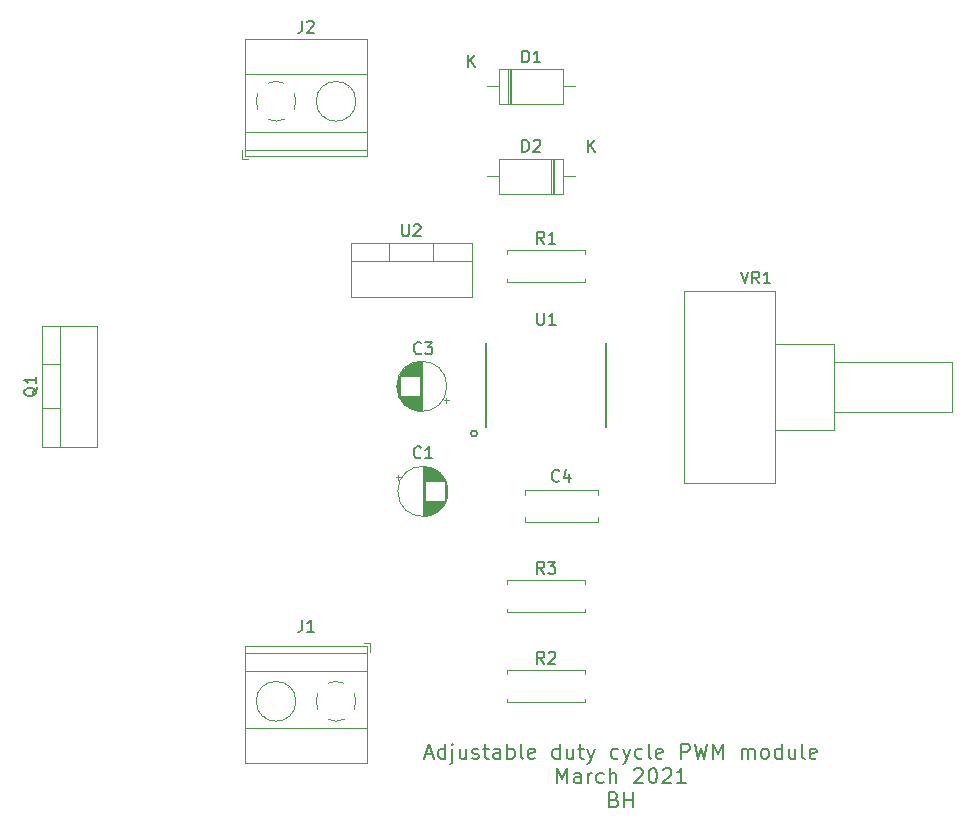
<source format=gto>
%TF.GenerationSoftware,KiCad,Pcbnew,5.1.9-73d0e3b20d~88~ubuntu20.04.1*%
%TF.CreationDate,2021-03-01T20:45:33+00:00*%
%TF.ProjectId,variable_duty_cycle_module,66697273-745f-4636-9972-637569742e6b,rev?*%
%TF.SameCoordinates,Original*%
%TF.FileFunction,Legend,Top*%
%TF.FilePolarity,Positive*%
%FSLAX46Y46*%
G04 Gerber Fmt 4.6, Leading zero omitted, Abs format (unit mm)*
G04 Created by KiCad (PCBNEW 5.1.9-73d0e3b20d~88~ubuntu20.04.1) date 2021-03-01 20:45:33*
%MOMM*%
%LPD*%
G01*
G04 APERTURE LIST*
%ADD10C,0.152400*%
%ADD11C,0.120000*%
%ADD12C,0.203200*%
%ADD13C,0.150000*%
G04 APERTURE END LIST*
D10*
X147259523Y-120074266D02*
X147864285Y-120074266D01*
X147138571Y-120437123D02*
X147561904Y-119167123D01*
X147985238Y-120437123D01*
X148952857Y-120437123D02*
X148952857Y-119167123D01*
X148952857Y-120376647D02*
X148831904Y-120437123D01*
X148590000Y-120437123D01*
X148469047Y-120376647D01*
X148408571Y-120316171D01*
X148348095Y-120195219D01*
X148348095Y-119832361D01*
X148408571Y-119711409D01*
X148469047Y-119650933D01*
X148590000Y-119590457D01*
X148831904Y-119590457D01*
X148952857Y-119650933D01*
X149557619Y-119590457D02*
X149557619Y-120679028D01*
X149497142Y-120799980D01*
X149376190Y-120860457D01*
X149315714Y-120860457D01*
X149557619Y-119167123D02*
X149497142Y-119227600D01*
X149557619Y-119288076D01*
X149618095Y-119227600D01*
X149557619Y-119167123D01*
X149557619Y-119288076D01*
X150706666Y-119590457D02*
X150706666Y-120437123D01*
X150162380Y-119590457D02*
X150162380Y-120255695D01*
X150222857Y-120376647D01*
X150343809Y-120437123D01*
X150525238Y-120437123D01*
X150646190Y-120376647D01*
X150706666Y-120316171D01*
X151250952Y-120376647D02*
X151371904Y-120437123D01*
X151613809Y-120437123D01*
X151734761Y-120376647D01*
X151795238Y-120255695D01*
X151795238Y-120195219D01*
X151734761Y-120074266D01*
X151613809Y-120013790D01*
X151432380Y-120013790D01*
X151311428Y-119953314D01*
X151250952Y-119832361D01*
X151250952Y-119771885D01*
X151311428Y-119650933D01*
X151432380Y-119590457D01*
X151613809Y-119590457D01*
X151734761Y-119650933D01*
X152158095Y-119590457D02*
X152641904Y-119590457D01*
X152339523Y-119167123D02*
X152339523Y-120255695D01*
X152400000Y-120376647D01*
X152520952Y-120437123D01*
X152641904Y-120437123D01*
X153609523Y-120437123D02*
X153609523Y-119771885D01*
X153549047Y-119650933D01*
X153428095Y-119590457D01*
X153186190Y-119590457D01*
X153065238Y-119650933D01*
X153609523Y-120376647D02*
X153488571Y-120437123D01*
X153186190Y-120437123D01*
X153065238Y-120376647D01*
X153004761Y-120255695D01*
X153004761Y-120134742D01*
X153065238Y-120013790D01*
X153186190Y-119953314D01*
X153488571Y-119953314D01*
X153609523Y-119892838D01*
X154214285Y-120437123D02*
X154214285Y-119167123D01*
X154214285Y-119650933D02*
X154335238Y-119590457D01*
X154577142Y-119590457D01*
X154698095Y-119650933D01*
X154758571Y-119711409D01*
X154819047Y-119832361D01*
X154819047Y-120195219D01*
X154758571Y-120316171D01*
X154698095Y-120376647D01*
X154577142Y-120437123D01*
X154335238Y-120437123D01*
X154214285Y-120376647D01*
X155544761Y-120437123D02*
X155423809Y-120376647D01*
X155363333Y-120255695D01*
X155363333Y-119167123D01*
X156512380Y-120376647D02*
X156391428Y-120437123D01*
X156149523Y-120437123D01*
X156028571Y-120376647D01*
X155968095Y-120255695D01*
X155968095Y-119771885D01*
X156028571Y-119650933D01*
X156149523Y-119590457D01*
X156391428Y-119590457D01*
X156512380Y-119650933D01*
X156572857Y-119771885D01*
X156572857Y-119892838D01*
X155968095Y-120013790D01*
X158629047Y-120437123D02*
X158629047Y-119167123D01*
X158629047Y-120376647D02*
X158508095Y-120437123D01*
X158266190Y-120437123D01*
X158145238Y-120376647D01*
X158084761Y-120316171D01*
X158024285Y-120195219D01*
X158024285Y-119832361D01*
X158084761Y-119711409D01*
X158145238Y-119650933D01*
X158266190Y-119590457D01*
X158508095Y-119590457D01*
X158629047Y-119650933D01*
X159778095Y-119590457D02*
X159778095Y-120437123D01*
X159233809Y-119590457D02*
X159233809Y-120255695D01*
X159294285Y-120376647D01*
X159415238Y-120437123D01*
X159596666Y-120437123D01*
X159717619Y-120376647D01*
X159778095Y-120316171D01*
X160201428Y-119590457D02*
X160685238Y-119590457D01*
X160382857Y-119167123D02*
X160382857Y-120255695D01*
X160443333Y-120376647D01*
X160564285Y-120437123D01*
X160685238Y-120437123D01*
X160987619Y-119590457D02*
X161290000Y-120437123D01*
X161592380Y-119590457D02*
X161290000Y-120437123D01*
X161169047Y-120739504D01*
X161108571Y-120799980D01*
X160987619Y-120860457D01*
X163588095Y-120376647D02*
X163467142Y-120437123D01*
X163225238Y-120437123D01*
X163104285Y-120376647D01*
X163043809Y-120316171D01*
X162983333Y-120195219D01*
X162983333Y-119832361D01*
X163043809Y-119711409D01*
X163104285Y-119650933D01*
X163225238Y-119590457D01*
X163467142Y-119590457D01*
X163588095Y-119650933D01*
X164011428Y-119590457D02*
X164313809Y-120437123D01*
X164616190Y-119590457D02*
X164313809Y-120437123D01*
X164192857Y-120739504D01*
X164132380Y-120799980D01*
X164011428Y-120860457D01*
X165644285Y-120376647D02*
X165523333Y-120437123D01*
X165281428Y-120437123D01*
X165160476Y-120376647D01*
X165100000Y-120316171D01*
X165039523Y-120195219D01*
X165039523Y-119832361D01*
X165100000Y-119711409D01*
X165160476Y-119650933D01*
X165281428Y-119590457D01*
X165523333Y-119590457D01*
X165644285Y-119650933D01*
X166370000Y-120437123D02*
X166249047Y-120376647D01*
X166188571Y-120255695D01*
X166188571Y-119167123D01*
X167337619Y-120376647D02*
X167216666Y-120437123D01*
X166974761Y-120437123D01*
X166853809Y-120376647D01*
X166793333Y-120255695D01*
X166793333Y-119771885D01*
X166853809Y-119650933D01*
X166974761Y-119590457D01*
X167216666Y-119590457D01*
X167337619Y-119650933D01*
X167398095Y-119771885D01*
X167398095Y-119892838D01*
X166793333Y-120013790D01*
X168910000Y-120437123D02*
X168910000Y-119167123D01*
X169393809Y-119167123D01*
X169514761Y-119227600D01*
X169575238Y-119288076D01*
X169635714Y-119409028D01*
X169635714Y-119590457D01*
X169575238Y-119711409D01*
X169514761Y-119771885D01*
X169393809Y-119832361D01*
X168910000Y-119832361D01*
X170059047Y-119167123D02*
X170361428Y-120437123D01*
X170603333Y-119529980D01*
X170845238Y-120437123D01*
X171147619Y-119167123D01*
X171631428Y-120437123D02*
X171631428Y-119167123D01*
X172054761Y-120074266D01*
X172478095Y-119167123D01*
X172478095Y-120437123D01*
X174050476Y-120437123D02*
X174050476Y-119590457D01*
X174050476Y-119711409D02*
X174110952Y-119650933D01*
X174231904Y-119590457D01*
X174413333Y-119590457D01*
X174534285Y-119650933D01*
X174594761Y-119771885D01*
X174594761Y-120437123D01*
X174594761Y-119771885D02*
X174655238Y-119650933D01*
X174776190Y-119590457D01*
X174957619Y-119590457D01*
X175078571Y-119650933D01*
X175139047Y-119771885D01*
X175139047Y-120437123D01*
X175925238Y-120437123D02*
X175804285Y-120376647D01*
X175743809Y-120316171D01*
X175683333Y-120195219D01*
X175683333Y-119832361D01*
X175743809Y-119711409D01*
X175804285Y-119650933D01*
X175925238Y-119590457D01*
X176106666Y-119590457D01*
X176227619Y-119650933D01*
X176288095Y-119711409D01*
X176348571Y-119832361D01*
X176348571Y-120195219D01*
X176288095Y-120316171D01*
X176227619Y-120376647D01*
X176106666Y-120437123D01*
X175925238Y-120437123D01*
X177437142Y-120437123D02*
X177437142Y-119167123D01*
X177437142Y-120376647D02*
X177316190Y-120437123D01*
X177074285Y-120437123D01*
X176953333Y-120376647D01*
X176892857Y-120316171D01*
X176832380Y-120195219D01*
X176832380Y-119832361D01*
X176892857Y-119711409D01*
X176953333Y-119650933D01*
X177074285Y-119590457D01*
X177316190Y-119590457D01*
X177437142Y-119650933D01*
X178586190Y-119590457D02*
X178586190Y-120437123D01*
X178041904Y-119590457D02*
X178041904Y-120255695D01*
X178102380Y-120376647D01*
X178223333Y-120437123D01*
X178404761Y-120437123D01*
X178525714Y-120376647D01*
X178586190Y-120316171D01*
X179372380Y-120437123D02*
X179251428Y-120376647D01*
X179190952Y-120255695D01*
X179190952Y-119167123D01*
X180340000Y-120376647D02*
X180219047Y-120437123D01*
X179977142Y-120437123D01*
X179856190Y-120376647D01*
X179795714Y-120255695D01*
X179795714Y-119771885D01*
X179856190Y-119650933D01*
X179977142Y-119590457D01*
X180219047Y-119590457D01*
X180340000Y-119650933D01*
X180400476Y-119771885D01*
X180400476Y-119892838D01*
X179795714Y-120013790D01*
X158417380Y-122494523D02*
X158417380Y-121224523D01*
X158840714Y-122131666D01*
X159264047Y-121224523D01*
X159264047Y-122494523D01*
X160413095Y-122494523D02*
X160413095Y-121829285D01*
X160352619Y-121708333D01*
X160231666Y-121647857D01*
X159989761Y-121647857D01*
X159868809Y-121708333D01*
X160413095Y-122434047D02*
X160292142Y-122494523D01*
X159989761Y-122494523D01*
X159868809Y-122434047D01*
X159808333Y-122313095D01*
X159808333Y-122192142D01*
X159868809Y-122071190D01*
X159989761Y-122010714D01*
X160292142Y-122010714D01*
X160413095Y-121950238D01*
X161017857Y-122494523D02*
X161017857Y-121647857D01*
X161017857Y-121889761D02*
X161078333Y-121768809D01*
X161138809Y-121708333D01*
X161259761Y-121647857D01*
X161380714Y-121647857D01*
X162348333Y-122434047D02*
X162227380Y-122494523D01*
X161985476Y-122494523D01*
X161864523Y-122434047D01*
X161804047Y-122373571D01*
X161743571Y-122252619D01*
X161743571Y-121889761D01*
X161804047Y-121768809D01*
X161864523Y-121708333D01*
X161985476Y-121647857D01*
X162227380Y-121647857D01*
X162348333Y-121708333D01*
X162892619Y-122494523D02*
X162892619Y-121224523D01*
X163436904Y-122494523D02*
X163436904Y-121829285D01*
X163376428Y-121708333D01*
X163255476Y-121647857D01*
X163074047Y-121647857D01*
X162953095Y-121708333D01*
X162892619Y-121768809D01*
X164948809Y-121345476D02*
X165009285Y-121285000D01*
X165130238Y-121224523D01*
X165432619Y-121224523D01*
X165553571Y-121285000D01*
X165614047Y-121345476D01*
X165674523Y-121466428D01*
X165674523Y-121587380D01*
X165614047Y-121768809D01*
X164888333Y-122494523D01*
X165674523Y-122494523D01*
X166460714Y-121224523D02*
X166581666Y-121224523D01*
X166702619Y-121285000D01*
X166763095Y-121345476D01*
X166823571Y-121466428D01*
X166884047Y-121708333D01*
X166884047Y-122010714D01*
X166823571Y-122252619D01*
X166763095Y-122373571D01*
X166702619Y-122434047D01*
X166581666Y-122494523D01*
X166460714Y-122494523D01*
X166339761Y-122434047D01*
X166279285Y-122373571D01*
X166218809Y-122252619D01*
X166158333Y-122010714D01*
X166158333Y-121708333D01*
X166218809Y-121466428D01*
X166279285Y-121345476D01*
X166339761Y-121285000D01*
X166460714Y-121224523D01*
X167367857Y-121345476D02*
X167428333Y-121285000D01*
X167549285Y-121224523D01*
X167851666Y-121224523D01*
X167972619Y-121285000D01*
X168033095Y-121345476D01*
X168093571Y-121466428D01*
X168093571Y-121587380D01*
X168033095Y-121768809D01*
X167307380Y-122494523D01*
X168093571Y-122494523D01*
X169303095Y-122494523D02*
X168577380Y-122494523D01*
X168940238Y-122494523D02*
X168940238Y-121224523D01*
X168819285Y-121405952D01*
X168698333Y-121526904D01*
X168577380Y-121587380D01*
X163255476Y-123886685D02*
X163436904Y-123947161D01*
X163497380Y-124007638D01*
X163557857Y-124128590D01*
X163557857Y-124310019D01*
X163497380Y-124430971D01*
X163436904Y-124491447D01*
X163315952Y-124551923D01*
X162832142Y-124551923D01*
X162832142Y-123281923D01*
X163255476Y-123281923D01*
X163376428Y-123342400D01*
X163436904Y-123402876D01*
X163497380Y-123523828D01*
X163497380Y-123644780D01*
X163436904Y-123765733D01*
X163376428Y-123826209D01*
X163255476Y-123886685D01*
X162832142Y-123886685D01*
X164102142Y-124551923D02*
X164102142Y-123281923D01*
X164102142Y-123886685D02*
X164827857Y-123886685D01*
X164827857Y-124551923D02*
X164827857Y-123281923D01*
D11*
%TO.C,J1*%
X136300000Y-115570000D02*
G75*
G03*
X136300000Y-115570000I-1680000J0D01*
G01*
X142300000Y-111470000D02*
X132020000Y-111470000D01*
X142300000Y-112970000D02*
X132020000Y-112970000D01*
X142300000Y-117871000D02*
X132020000Y-117871000D01*
X142300000Y-120831000D02*
X132020000Y-120831000D01*
X142300000Y-110910000D02*
X132020000Y-110910000D01*
X142300000Y-120831000D02*
X142300000Y-110910000D01*
X132020000Y-120831000D02*
X132020000Y-110910000D01*
X133345000Y-116639000D02*
X133392000Y-116593000D01*
X135654000Y-114331000D02*
X135689000Y-114296000D01*
X133550000Y-116845000D02*
X133585000Y-116809000D01*
X135847000Y-114547000D02*
X135894000Y-114501000D01*
X142540000Y-111410000D02*
X142540000Y-110670000D01*
X142540000Y-110670000D02*
X142040000Y-110670000D01*
X139671195Y-113889747D02*
G75*
G02*
X140384000Y-114035000I28805J-1680253D01*
G01*
X141235426Y-114886958D02*
G75*
G02*
X141235000Y-116254000I-1535426J-683042D01*
G01*
X140383042Y-117105426D02*
G75*
G02*
X139016000Y-117105000I-683042J1535426D01*
G01*
X138164574Y-116253042D02*
G75*
G02*
X138165000Y-114886000I1535426J683042D01*
G01*
X139016682Y-114035244D02*
G75*
G02*
X139700000Y-113890000I683318J-1534756D01*
G01*
%TO.C,VR1*%
X169140000Y-80860000D02*
X176880000Y-80860000D01*
X169140000Y-97100000D02*
X176880000Y-97100000D01*
X169140000Y-80860000D02*
X169140000Y-97100000D01*
X176880000Y-80860000D02*
X176880000Y-97100000D01*
X176880000Y-85360000D02*
X181880000Y-85360000D01*
X176880000Y-92600000D02*
X181880000Y-92600000D01*
X176880000Y-85360000D02*
X176880000Y-92600000D01*
X181880000Y-85360000D02*
X181880000Y-92600000D01*
X181880000Y-86860000D02*
X191880000Y-86860000D01*
X181880000Y-91100000D02*
X191880000Y-91100000D01*
X181880000Y-86860000D02*
X181880000Y-91100000D01*
X191880000Y-86860000D02*
X191880000Y-91100000D01*
%TO.C,Q1*%
X114840000Y-87049000D02*
X116350000Y-87049000D01*
X114840000Y-90750000D02*
X116350000Y-90750000D01*
X116350000Y-94020000D02*
X116350000Y-83780000D01*
X114840000Y-83780000D02*
X119481000Y-83780000D01*
X114840000Y-94020000D02*
X119481000Y-94020000D01*
X119481000Y-94020000D02*
X119481000Y-83780000D01*
X114840000Y-94020000D02*
X114840000Y-83780000D01*
D12*
%TO.C,U1*%
X152400000Y-92388000D02*
X152400000Y-85276000D01*
X162560000Y-92388000D02*
X162560000Y-85276000D01*
X151638000Y-92896000D02*
G75*
G03*
X151638000Y-92896000I-254000J0D01*
G01*
D11*
%TO.C,J2*%
X141380000Y-64770000D02*
G75*
G03*
X141380000Y-64770000I-1680000J0D01*
G01*
X132020000Y-68870000D02*
X142300000Y-68870000D01*
X132020000Y-67370000D02*
X142300000Y-67370000D01*
X132020000Y-62469000D02*
X142300000Y-62469000D01*
X132020000Y-59509000D02*
X142300000Y-59509000D01*
X132020000Y-69430000D02*
X142300000Y-69430000D01*
X132020000Y-59509000D02*
X132020000Y-69430000D01*
X142300000Y-59509000D02*
X142300000Y-69430000D01*
X140975000Y-63701000D02*
X140928000Y-63747000D01*
X138666000Y-66009000D02*
X138631000Y-66044000D01*
X140770000Y-63495000D02*
X140735000Y-63531000D01*
X138473000Y-65793000D02*
X138426000Y-65839000D01*
X131780000Y-68930000D02*
X131780000Y-69670000D01*
X131780000Y-69670000D02*
X132280000Y-69670000D01*
X134648805Y-66450253D02*
G75*
G02*
X133936000Y-66305000I-28805J1680253D01*
G01*
X133084574Y-65453042D02*
G75*
G02*
X133085000Y-64086000I1535426J683042D01*
G01*
X133936958Y-63234574D02*
G75*
G02*
X135304000Y-63235000I683042J-1535426D01*
G01*
X136155426Y-64086958D02*
G75*
G02*
X136155000Y-65454000I-1535426J-683042D01*
G01*
X135303318Y-66304756D02*
G75*
G02*
X134620000Y-66450000I-683318J1534756D01*
G01*
%TO.C,C1*%
X149170000Y-97790000D02*
G75*
G03*
X149170000Y-97790000I-2120000J0D01*
G01*
X147050000Y-95710000D02*
X147050000Y-99870000D01*
X147090000Y-95710000D02*
X147090000Y-99870000D01*
X147130000Y-95711000D02*
X147130000Y-99869000D01*
X147170000Y-95713000D02*
X147170000Y-99867000D01*
X147210000Y-95716000D02*
X147210000Y-99864000D01*
X147250000Y-95719000D02*
X147250000Y-96950000D01*
X147250000Y-98630000D02*
X147250000Y-99861000D01*
X147290000Y-95723000D02*
X147290000Y-96950000D01*
X147290000Y-98630000D02*
X147290000Y-99857000D01*
X147330000Y-95728000D02*
X147330000Y-96950000D01*
X147330000Y-98630000D02*
X147330000Y-99852000D01*
X147370000Y-95734000D02*
X147370000Y-96950000D01*
X147370000Y-98630000D02*
X147370000Y-99846000D01*
X147410000Y-95740000D02*
X147410000Y-96950000D01*
X147410000Y-98630000D02*
X147410000Y-99840000D01*
X147450000Y-95748000D02*
X147450000Y-96950000D01*
X147450000Y-98630000D02*
X147450000Y-99832000D01*
X147490000Y-95756000D02*
X147490000Y-96950000D01*
X147490000Y-98630000D02*
X147490000Y-99824000D01*
X147530000Y-95765000D02*
X147530000Y-96950000D01*
X147530000Y-98630000D02*
X147530000Y-99815000D01*
X147570000Y-95774000D02*
X147570000Y-96950000D01*
X147570000Y-98630000D02*
X147570000Y-99806000D01*
X147610000Y-95785000D02*
X147610000Y-96950000D01*
X147610000Y-98630000D02*
X147610000Y-99795000D01*
X147650000Y-95796000D02*
X147650000Y-96950000D01*
X147650000Y-98630000D02*
X147650000Y-99784000D01*
X147690000Y-95808000D02*
X147690000Y-96950000D01*
X147690000Y-98630000D02*
X147690000Y-99772000D01*
X147730000Y-95822000D02*
X147730000Y-96950000D01*
X147730000Y-98630000D02*
X147730000Y-99758000D01*
X147771000Y-95836000D02*
X147771000Y-96950000D01*
X147771000Y-98630000D02*
X147771000Y-99744000D01*
X147811000Y-95850000D02*
X147811000Y-96950000D01*
X147811000Y-98630000D02*
X147811000Y-99730000D01*
X147851000Y-95866000D02*
X147851000Y-96950000D01*
X147851000Y-98630000D02*
X147851000Y-99714000D01*
X147891000Y-95883000D02*
X147891000Y-96950000D01*
X147891000Y-98630000D02*
X147891000Y-99697000D01*
X147931000Y-95901000D02*
X147931000Y-96950000D01*
X147931000Y-98630000D02*
X147931000Y-99679000D01*
X147971000Y-95920000D02*
X147971000Y-96950000D01*
X147971000Y-98630000D02*
X147971000Y-99660000D01*
X148011000Y-95939000D02*
X148011000Y-96950000D01*
X148011000Y-98630000D02*
X148011000Y-99641000D01*
X148051000Y-95960000D02*
X148051000Y-96950000D01*
X148051000Y-98630000D02*
X148051000Y-99620000D01*
X148091000Y-95982000D02*
X148091000Y-96950000D01*
X148091000Y-98630000D02*
X148091000Y-99598000D01*
X148131000Y-96005000D02*
X148131000Y-96950000D01*
X148131000Y-98630000D02*
X148131000Y-99575000D01*
X148171000Y-96030000D02*
X148171000Y-96950000D01*
X148171000Y-98630000D02*
X148171000Y-99550000D01*
X148211000Y-96055000D02*
X148211000Y-96950000D01*
X148211000Y-98630000D02*
X148211000Y-99525000D01*
X148251000Y-96082000D02*
X148251000Y-96950000D01*
X148251000Y-98630000D02*
X148251000Y-99498000D01*
X148291000Y-96110000D02*
X148291000Y-96950000D01*
X148291000Y-98630000D02*
X148291000Y-99470000D01*
X148331000Y-96140000D02*
X148331000Y-96950000D01*
X148331000Y-98630000D02*
X148331000Y-99440000D01*
X148371000Y-96171000D02*
X148371000Y-96950000D01*
X148371000Y-98630000D02*
X148371000Y-99409000D01*
X148411000Y-96203000D02*
X148411000Y-96950000D01*
X148411000Y-98630000D02*
X148411000Y-99377000D01*
X148451000Y-96238000D02*
X148451000Y-96950000D01*
X148451000Y-98630000D02*
X148451000Y-99342000D01*
X148491000Y-96274000D02*
X148491000Y-96950000D01*
X148491000Y-98630000D02*
X148491000Y-99306000D01*
X148531000Y-96312000D02*
X148531000Y-96950000D01*
X148531000Y-98630000D02*
X148531000Y-99268000D01*
X148571000Y-96352000D02*
X148571000Y-96950000D01*
X148571000Y-98630000D02*
X148571000Y-99228000D01*
X148611000Y-96394000D02*
X148611000Y-96950000D01*
X148611000Y-98630000D02*
X148611000Y-99186000D01*
X148651000Y-96439000D02*
X148651000Y-96950000D01*
X148651000Y-98630000D02*
X148651000Y-99141000D01*
X148691000Y-96486000D02*
X148691000Y-96950000D01*
X148691000Y-98630000D02*
X148691000Y-99094000D01*
X148731000Y-96536000D02*
X148731000Y-96950000D01*
X148731000Y-98630000D02*
X148731000Y-99044000D01*
X148771000Y-96590000D02*
X148771000Y-96950000D01*
X148771000Y-98630000D02*
X148771000Y-98990000D01*
X148811000Y-96648000D02*
X148811000Y-96950000D01*
X148811000Y-98630000D02*
X148811000Y-98932000D01*
X148851000Y-96710000D02*
X148851000Y-96950000D01*
X148851000Y-98630000D02*
X148851000Y-98870000D01*
X148891000Y-96777000D02*
X148891000Y-98803000D01*
X148931000Y-96850000D02*
X148931000Y-98730000D01*
X148971000Y-96931000D02*
X148971000Y-98649000D01*
X149011000Y-97022000D02*
X149011000Y-98558000D01*
X149051000Y-97126000D02*
X149051000Y-98454000D01*
X149091000Y-97253000D02*
X149091000Y-98327000D01*
X149131000Y-97420000D02*
X149131000Y-98160000D01*
X144780199Y-96595000D02*
X145180199Y-96595000D01*
X144980199Y-96395000D02*
X144980199Y-96795000D01*
%TO.C,C3*%
X149024801Y-90295000D02*
X149024801Y-89895000D01*
X149224801Y-90095000D02*
X148824801Y-90095000D01*
X144874000Y-89270000D02*
X144874000Y-88530000D01*
X144914000Y-89437000D02*
X144914000Y-88363000D01*
X144954000Y-89564000D02*
X144954000Y-88236000D01*
X144994000Y-89668000D02*
X144994000Y-88132000D01*
X145034000Y-89759000D02*
X145034000Y-88041000D01*
X145074000Y-89840000D02*
X145074000Y-87960000D01*
X145114000Y-89913000D02*
X145114000Y-87887000D01*
X145154000Y-88060000D02*
X145154000Y-87820000D01*
X145154000Y-89980000D02*
X145154000Y-89740000D01*
X145194000Y-88060000D02*
X145194000Y-87758000D01*
X145194000Y-90042000D02*
X145194000Y-89740000D01*
X145234000Y-88060000D02*
X145234000Y-87700000D01*
X145234000Y-90100000D02*
X145234000Y-89740000D01*
X145274000Y-88060000D02*
X145274000Y-87646000D01*
X145274000Y-90154000D02*
X145274000Y-89740000D01*
X145314000Y-88060000D02*
X145314000Y-87596000D01*
X145314000Y-90204000D02*
X145314000Y-89740000D01*
X145354000Y-88060000D02*
X145354000Y-87549000D01*
X145354000Y-90251000D02*
X145354000Y-89740000D01*
X145394000Y-88060000D02*
X145394000Y-87504000D01*
X145394000Y-90296000D02*
X145394000Y-89740000D01*
X145434000Y-88060000D02*
X145434000Y-87462000D01*
X145434000Y-90338000D02*
X145434000Y-89740000D01*
X145474000Y-88060000D02*
X145474000Y-87422000D01*
X145474000Y-90378000D02*
X145474000Y-89740000D01*
X145514000Y-88060000D02*
X145514000Y-87384000D01*
X145514000Y-90416000D02*
X145514000Y-89740000D01*
X145554000Y-88060000D02*
X145554000Y-87348000D01*
X145554000Y-90452000D02*
X145554000Y-89740000D01*
X145594000Y-88060000D02*
X145594000Y-87313000D01*
X145594000Y-90487000D02*
X145594000Y-89740000D01*
X145634000Y-88060000D02*
X145634000Y-87281000D01*
X145634000Y-90519000D02*
X145634000Y-89740000D01*
X145674000Y-88060000D02*
X145674000Y-87250000D01*
X145674000Y-90550000D02*
X145674000Y-89740000D01*
X145714000Y-88060000D02*
X145714000Y-87220000D01*
X145714000Y-90580000D02*
X145714000Y-89740000D01*
X145754000Y-88060000D02*
X145754000Y-87192000D01*
X145754000Y-90608000D02*
X145754000Y-89740000D01*
X145794000Y-88060000D02*
X145794000Y-87165000D01*
X145794000Y-90635000D02*
X145794000Y-89740000D01*
X145834000Y-88060000D02*
X145834000Y-87140000D01*
X145834000Y-90660000D02*
X145834000Y-89740000D01*
X145874000Y-88060000D02*
X145874000Y-87115000D01*
X145874000Y-90685000D02*
X145874000Y-89740000D01*
X145914000Y-88060000D02*
X145914000Y-87092000D01*
X145914000Y-90708000D02*
X145914000Y-89740000D01*
X145954000Y-88060000D02*
X145954000Y-87070000D01*
X145954000Y-90730000D02*
X145954000Y-89740000D01*
X145994000Y-88060000D02*
X145994000Y-87049000D01*
X145994000Y-90751000D02*
X145994000Y-89740000D01*
X146034000Y-88060000D02*
X146034000Y-87030000D01*
X146034000Y-90770000D02*
X146034000Y-89740000D01*
X146074000Y-88060000D02*
X146074000Y-87011000D01*
X146074000Y-90789000D02*
X146074000Y-89740000D01*
X146114000Y-88060000D02*
X146114000Y-86993000D01*
X146114000Y-90807000D02*
X146114000Y-89740000D01*
X146154000Y-88060000D02*
X146154000Y-86976000D01*
X146154000Y-90824000D02*
X146154000Y-89740000D01*
X146194000Y-88060000D02*
X146194000Y-86960000D01*
X146194000Y-90840000D02*
X146194000Y-89740000D01*
X146234000Y-88060000D02*
X146234000Y-86946000D01*
X146234000Y-90854000D02*
X146234000Y-89740000D01*
X146275000Y-88060000D02*
X146275000Y-86932000D01*
X146275000Y-90868000D02*
X146275000Y-89740000D01*
X146315000Y-88060000D02*
X146315000Y-86918000D01*
X146315000Y-90882000D02*
X146315000Y-89740000D01*
X146355000Y-88060000D02*
X146355000Y-86906000D01*
X146355000Y-90894000D02*
X146355000Y-89740000D01*
X146395000Y-88060000D02*
X146395000Y-86895000D01*
X146395000Y-90905000D02*
X146395000Y-89740000D01*
X146435000Y-88060000D02*
X146435000Y-86884000D01*
X146435000Y-90916000D02*
X146435000Y-89740000D01*
X146475000Y-88060000D02*
X146475000Y-86875000D01*
X146475000Y-90925000D02*
X146475000Y-89740000D01*
X146515000Y-88060000D02*
X146515000Y-86866000D01*
X146515000Y-90934000D02*
X146515000Y-89740000D01*
X146555000Y-88060000D02*
X146555000Y-86858000D01*
X146555000Y-90942000D02*
X146555000Y-89740000D01*
X146595000Y-88060000D02*
X146595000Y-86850000D01*
X146595000Y-90950000D02*
X146595000Y-89740000D01*
X146635000Y-88060000D02*
X146635000Y-86844000D01*
X146635000Y-90956000D02*
X146635000Y-89740000D01*
X146675000Y-88060000D02*
X146675000Y-86838000D01*
X146675000Y-90962000D02*
X146675000Y-89740000D01*
X146715000Y-88060000D02*
X146715000Y-86833000D01*
X146715000Y-90967000D02*
X146715000Y-89740000D01*
X146755000Y-88060000D02*
X146755000Y-86829000D01*
X146755000Y-90971000D02*
X146755000Y-89740000D01*
X146795000Y-90974000D02*
X146795000Y-86826000D01*
X146835000Y-90977000D02*
X146835000Y-86823000D01*
X146875000Y-90979000D02*
X146875000Y-86821000D01*
X146915000Y-90980000D02*
X146915000Y-86820000D01*
X146955000Y-90980000D02*
X146955000Y-86820000D01*
X149075000Y-88900000D02*
G75*
G03*
X149075000Y-88900000I-2120000J0D01*
G01*
%TO.C,C4*%
X161910000Y-100430000D02*
X155670000Y-100430000D01*
X161910000Y-97690000D02*
X155670000Y-97690000D01*
X161910000Y-100430000D02*
X161910000Y-99985000D01*
X161910000Y-98135000D02*
X161910000Y-97690000D01*
X155670000Y-100430000D02*
X155670000Y-99985000D01*
X155670000Y-98135000D02*
X155670000Y-97690000D01*
%TO.C,D1*%
X154270000Y-62030000D02*
X154270000Y-64970000D01*
X154510000Y-62030000D02*
X154510000Y-64970000D01*
X154390000Y-62030000D02*
X154390000Y-64970000D01*
X159950000Y-63500000D02*
X158930000Y-63500000D01*
X152470000Y-63500000D02*
X153490000Y-63500000D01*
X158930000Y-62030000D02*
X153490000Y-62030000D01*
X158930000Y-64970000D02*
X158930000Y-62030000D01*
X153490000Y-64970000D02*
X158930000Y-64970000D01*
X153490000Y-62030000D02*
X153490000Y-64970000D01*
%TO.C,D2*%
X158150000Y-72590000D02*
X158150000Y-69650000D01*
X157910000Y-72590000D02*
X157910000Y-69650000D01*
X158030000Y-72590000D02*
X158030000Y-69650000D01*
X152470000Y-71120000D02*
X153490000Y-71120000D01*
X159950000Y-71120000D02*
X158930000Y-71120000D01*
X153490000Y-72590000D02*
X158930000Y-72590000D01*
X153490000Y-69650000D02*
X153490000Y-72590000D01*
X158930000Y-69650000D02*
X153490000Y-69650000D01*
X158930000Y-72590000D02*
X158930000Y-69650000D01*
%TO.C,R1*%
X154210000Y-77700000D02*
X154210000Y-77370000D01*
X154210000Y-77370000D02*
X160750000Y-77370000D01*
X160750000Y-77370000D02*
X160750000Y-77700000D01*
X154210000Y-79780000D02*
X154210000Y-80110000D01*
X154210000Y-80110000D02*
X160750000Y-80110000D01*
X160750000Y-80110000D02*
X160750000Y-79780000D01*
%TO.C,R2*%
X154210000Y-113260000D02*
X154210000Y-112930000D01*
X154210000Y-112930000D02*
X160750000Y-112930000D01*
X160750000Y-112930000D02*
X160750000Y-113260000D01*
X154210000Y-115340000D02*
X154210000Y-115670000D01*
X154210000Y-115670000D02*
X160750000Y-115670000D01*
X160750000Y-115670000D02*
X160750000Y-115340000D01*
%TO.C,R3*%
X160750000Y-108050000D02*
X160750000Y-107720000D01*
X154210000Y-108050000D02*
X160750000Y-108050000D01*
X154210000Y-107720000D02*
X154210000Y-108050000D01*
X160750000Y-105310000D02*
X160750000Y-105640000D01*
X154210000Y-105310000D02*
X160750000Y-105310000D01*
X154210000Y-105640000D02*
X154210000Y-105310000D01*
%TO.C,U2*%
X140930000Y-76740000D02*
X151170000Y-76740000D01*
X140930000Y-81381000D02*
X151170000Y-81381000D01*
X140930000Y-76740000D02*
X140930000Y-81381000D01*
X151170000Y-76740000D02*
X151170000Y-81381000D01*
X140930000Y-78250000D02*
X151170000Y-78250000D01*
X144200000Y-76740000D02*
X144200000Y-78250000D01*
X147901000Y-76740000D02*
X147901000Y-78250000D01*
%TO.C,J1*%
D13*
X136826666Y-108672380D02*
X136826666Y-109386666D01*
X136779047Y-109529523D01*
X136683809Y-109624761D01*
X136540952Y-109672380D01*
X136445714Y-109672380D01*
X137826666Y-109672380D02*
X137255238Y-109672380D01*
X137540952Y-109672380D02*
X137540952Y-108672380D01*
X137445714Y-108815238D01*
X137350476Y-108910476D01*
X137255238Y-108958095D01*
%TO.C,VR1*%
X173950476Y-79182380D02*
X174283809Y-80182380D01*
X174617142Y-79182380D01*
X175521904Y-80182380D02*
X175188571Y-79706190D01*
X174950476Y-80182380D02*
X174950476Y-79182380D01*
X175331428Y-79182380D01*
X175426666Y-79230000D01*
X175474285Y-79277619D01*
X175521904Y-79372857D01*
X175521904Y-79515714D01*
X175474285Y-79610952D01*
X175426666Y-79658571D01*
X175331428Y-79706190D01*
X174950476Y-79706190D01*
X176474285Y-80182380D02*
X175902857Y-80182380D01*
X176188571Y-80182380D02*
X176188571Y-79182380D01*
X176093333Y-79325238D01*
X175998095Y-79420476D01*
X175902857Y-79468095D01*
%TO.C,Q1*%
X114387619Y-88995238D02*
X114340000Y-89090476D01*
X114244761Y-89185714D01*
X114101904Y-89328571D01*
X114054285Y-89423809D01*
X114054285Y-89519047D01*
X114292380Y-89471428D02*
X114244761Y-89566666D01*
X114149523Y-89661904D01*
X113959047Y-89709523D01*
X113625714Y-89709523D01*
X113435238Y-89661904D01*
X113340000Y-89566666D01*
X113292380Y-89471428D01*
X113292380Y-89280952D01*
X113340000Y-89185714D01*
X113435238Y-89090476D01*
X113625714Y-89042857D01*
X113959047Y-89042857D01*
X114149523Y-89090476D01*
X114244761Y-89185714D01*
X114292380Y-89280952D01*
X114292380Y-89471428D01*
X114292380Y-88090476D02*
X114292380Y-88661904D01*
X114292380Y-88376190D02*
X113292380Y-88376190D01*
X113435238Y-88471428D01*
X113530476Y-88566666D01*
X113578095Y-88661904D01*
%TO.C,U1*%
X156718095Y-82696380D02*
X156718095Y-83505904D01*
X156765714Y-83601142D01*
X156813333Y-83648761D01*
X156908571Y-83696380D01*
X157099047Y-83696380D01*
X157194285Y-83648761D01*
X157241904Y-83601142D01*
X157289523Y-83505904D01*
X157289523Y-82696380D01*
X158289523Y-83696380D02*
X157718095Y-83696380D01*
X158003809Y-83696380D02*
X158003809Y-82696380D01*
X157908571Y-82839238D01*
X157813333Y-82934476D01*
X157718095Y-82982095D01*
%TO.C,J2*%
X136826666Y-57962380D02*
X136826666Y-58676666D01*
X136779047Y-58819523D01*
X136683809Y-58914761D01*
X136540952Y-58962380D01*
X136445714Y-58962380D01*
X137255238Y-58057619D02*
X137302857Y-58010000D01*
X137398095Y-57962380D01*
X137636190Y-57962380D01*
X137731428Y-58010000D01*
X137779047Y-58057619D01*
X137826666Y-58152857D01*
X137826666Y-58248095D01*
X137779047Y-58390952D01*
X137207619Y-58962380D01*
X137826666Y-58962380D01*
%TO.C,C1*%
X146883333Y-94897142D02*
X146835714Y-94944761D01*
X146692857Y-94992380D01*
X146597619Y-94992380D01*
X146454761Y-94944761D01*
X146359523Y-94849523D01*
X146311904Y-94754285D01*
X146264285Y-94563809D01*
X146264285Y-94420952D01*
X146311904Y-94230476D01*
X146359523Y-94135238D01*
X146454761Y-94040000D01*
X146597619Y-93992380D01*
X146692857Y-93992380D01*
X146835714Y-94040000D01*
X146883333Y-94087619D01*
X147835714Y-94992380D02*
X147264285Y-94992380D01*
X147550000Y-94992380D02*
X147550000Y-93992380D01*
X147454761Y-94135238D01*
X147359523Y-94230476D01*
X147264285Y-94278095D01*
%TO.C,C3*%
X146899333Y-86082142D02*
X146851714Y-86129761D01*
X146708857Y-86177380D01*
X146613619Y-86177380D01*
X146470761Y-86129761D01*
X146375523Y-86034523D01*
X146327904Y-85939285D01*
X146280285Y-85748809D01*
X146280285Y-85605952D01*
X146327904Y-85415476D01*
X146375523Y-85320238D01*
X146470761Y-85225000D01*
X146613619Y-85177380D01*
X146708857Y-85177380D01*
X146851714Y-85225000D01*
X146899333Y-85272619D01*
X147232666Y-85177380D02*
X147851714Y-85177380D01*
X147518380Y-85558333D01*
X147661238Y-85558333D01*
X147756476Y-85605952D01*
X147804095Y-85653571D01*
X147851714Y-85748809D01*
X147851714Y-85986904D01*
X147804095Y-86082142D01*
X147756476Y-86129761D01*
X147661238Y-86177380D01*
X147375523Y-86177380D01*
X147280285Y-86129761D01*
X147232666Y-86082142D01*
%TO.C,C4*%
X158583333Y-96877142D02*
X158535714Y-96924761D01*
X158392857Y-96972380D01*
X158297619Y-96972380D01*
X158154761Y-96924761D01*
X158059523Y-96829523D01*
X158011904Y-96734285D01*
X157964285Y-96543809D01*
X157964285Y-96400952D01*
X158011904Y-96210476D01*
X158059523Y-96115238D01*
X158154761Y-96020000D01*
X158297619Y-95972380D01*
X158392857Y-95972380D01*
X158535714Y-96020000D01*
X158583333Y-96067619D01*
X159440476Y-96305714D02*
X159440476Y-96972380D01*
X159202380Y-95924761D02*
X158964285Y-96639047D01*
X159583333Y-96639047D01*
%TO.C,D1*%
X155471904Y-61482380D02*
X155471904Y-60482380D01*
X155710000Y-60482380D01*
X155852857Y-60530000D01*
X155948095Y-60625238D01*
X155995714Y-60720476D01*
X156043333Y-60910952D01*
X156043333Y-61053809D01*
X155995714Y-61244285D01*
X155948095Y-61339523D01*
X155852857Y-61434761D01*
X155710000Y-61482380D01*
X155471904Y-61482380D01*
X156995714Y-61482380D02*
X156424285Y-61482380D01*
X156710000Y-61482380D02*
X156710000Y-60482380D01*
X156614761Y-60625238D01*
X156519523Y-60720476D01*
X156424285Y-60768095D01*
X150868095Y-61852380D02*
X150868095Y-60852380D01*
X151439523Y-61852380D02*
X151010952Y-61280952D01*
X151439523Y-60852380D02*
X150868095Y-61423809D01*
%TO.C,D2*%
X155471904Y-69032380D02*
X155471904Y-68032380D01*
X155710000Y-68032380D01*
X155852857Y-68080000D01*
X155948095Y-68175238D01*
X155995714Y-68270476D01*
X156043333Y-68460952D01*
X156043333Y-68603809D01*
X155995714Y-68794285D01*
X155948095Y-68889523D01*
X155852857Y-68984761D01*
X155710000Y-69032380D01*
X155471904Y-69032380D01*
X156424285Y-68127619D02*
X156471904Y-68080000D01*
X156567142Y-68032380D01*
X156805238Y-68032380D01*
X156900476Y-68080000D01*
X156948095Y-68127619D01*
X156995714Y-68222857D01*
X156995714Y-68318095D01*
X156948095Y-68460952D01*
X156376666Y-69032380D01*
X156995714Y-69032380D01*
X161028095Y-69032380D02*
X161028095Y-68032380D01*
X161599523Y-69032380D02*
X161170952Y-68460952D01*
X161599523Y-68032380D02*
X161028095Y-68603809D01*
%TO.C,R1*%
X157313333Y-76822380D02*
X156980000Y-76346190D01*
X156741904Y-76822380D02*
X156741904Y-75822380D01*
X157122857Y-75822380D01*
X157218095Y-75870000D01*
X157265714Y-75917619D01*
X157313333Y-76012857D01*
X157313333Y-76155714D01*
X157265714Y-76250952D01*
X157218095Y-76298571D01*
X157122857Y-76346190D01*
X156741904Y-76346190D01*
X158265714Y-76822380D02*
X157694285Y-76822380D01*
X157980000Y-76822380D02*
X157980000Y-75822380D01*
X157884761Y-75965238D01*
X157789523Y-76060476D01*
X157694285Y-76108095D01*
%TO.C,R2*%
X157313333Y-112382380D02*
X156980000Y-111906190D01*
X156741904Y-112382380D02*
X156741904Y-111382380D01*
X157122857Y-111382380D01*
X157218095Y-111430000D01*
X157265714Y-111477619D01*
X157313333Y-111572857D01*
X157313333Y-111715714D01*
X157265714Y-111810952D01*
X157218095Y-111858571D01*
X157122857Y-111906190D01*
X156741904Y-111906190D01*
X157694285Y-111477619D02*
X157741904Y-111430000D01*
X157837142Y-111382380D01*
X158075238Y-111382380D01*
X158170476Y-111430000D01*
X158218095Y-111477619D01*
X158265714Y-111572857D01*
X158265714Y-111668095D01*
X158218095Y-111810952D01*
X157646666Y-112382380D01*
X158265714Y-112382380D01*
%TO.C,R3*%
X157313333Y-104762380D02*
X156980000Y-104286190D01*
X156741904Y-104762380D02*
X156741904Y-103762380D01*
X157122857Y-103762380D01*
X157218095Y-103810000D01*
X157265714Y-103857619D01*
X157313333Y-103952857D01*
X157313333Y-104095714D01*
X157265714Y-104190952D01*
X157218095Y-104238571D01*
X157122857Y-104286190D01*
X156741904Y-104286190D01*
X157646666Y-103762380D02*
X158265714Y-103762380D01*
X157932380Y-104143333D01*
X158075238Y-104143333D01*
X158170476Y-104190952D01*
X158218095Y-104238571D01*
X158265714Y-104333809D01*
X158265714Y-104571904D01*
X158218095Y-104667142D01*
X158170476Y-104714761D01*
X158075238Y-104762380D01*
X157789523Y-104762380D01*
X157694285Y-104714761D01*
X157646666Y-104667142D01*
%TO.C,U2*%
X145288095Y-75192380D02*
X145288095Y-76001904D01*
X145335714Y-76097142D01*
X145383333Y-76144761D01*
X145478571Y-76192380D01*
X145669047Y-76192380D01*
X145764285Y-76144761D01*
X145811904Y-76097142D01*
X145859523Y-76001904D01*
X145859523Y-75192380D01*
X146288095Y-75287619D02*
X146335714Y-75240000D01*
X146430952Y-75192380D01*
X146669047Y-75192380D01*
X146764285Y-75240000D01*
X146811904Y-75287619D01*
X146859523Y-75382857D01*
X146859523Y-75478095D01*
X146811904Y-75620952D01*
X146240476Y-76192380D01*
X146859523Y-76192380D01*
%TD*%
M02*

</source>
